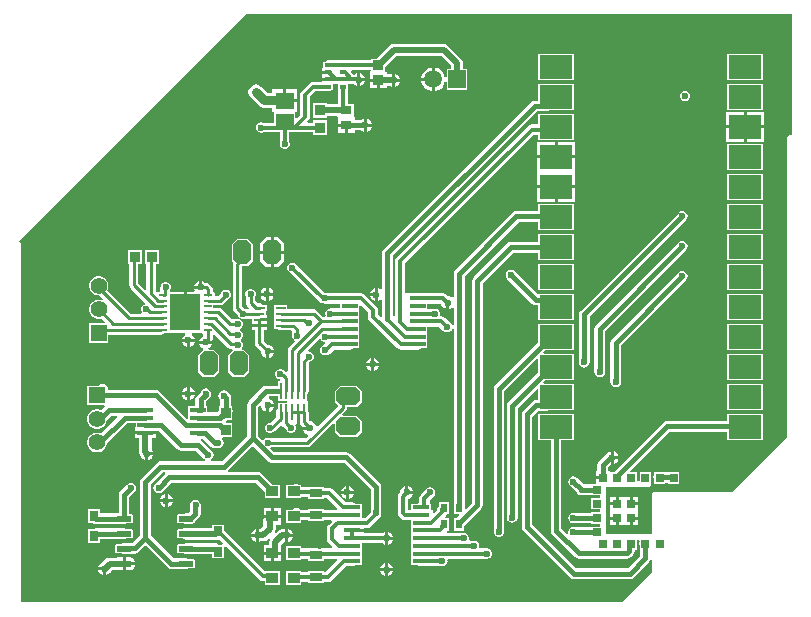
<source format=gtl>
G04*
G04 #@! TF.GenerationSoftware,Altium Limited,Altium Designer,24.2.2 (26)*
G04*
G04 Layer_Physical_Order=1*
G04 Layer_Color=255*
%FSLAX25Y25*%
%MOIN*%
G70*
G04*
G04 #@! TF.SameCoordinates,57EBE310-F326-475D-97A3-4CF97A274748*
G04*
G04*
G04 #@! TF.FilePolarity,Positive*
G04*
G01*
G75*
%ADD18C,0.01000*%
%ADD20R,0.05250X0.01700*%
%ADD21R,0.10827X0.07874*%
%ADD22R,0.05512X0.01378*%
%ADD23R,0.03591X0.03772*%
%ADD24R,0.03150X0.03543*%
%ADD25R,0.02756X0.02756*%
G04:AMPARAMS|DCode=26|XSize=21.65mil|YSize=49.21mil|CornerRadius=1.95mil|HoleSize=0mil|Usage=FLASHONLY|Rotation=90.000|XOffset=0mil|YOffset=0mil|HoleType=Round|Shape=RoundedRectangle|*
%AMROUNDEDRECTD26*
21,1,0.02165,0.04532,0,0,90.0*
21,1,0.01776,0.04921,0,0,90.0*
1,1,0.00390,0.02266,0.00888*
1,1,0.00390,0.02266,-0.00888*
1,1,0.00390,-0.02266,-0.00888*
1,1,0.00390,-0.02266,0.00888*
%
%ADD26ROUNDEDRECTD26*%
%ADD27R,0.00800X0.05500*%
%ADD28R,0.03200X0.01000*%
%ADD29R,0.03600X0.01000*%
%ADD30R,0.03772X0.03591*%
%ADD31R,0.02362X0.03150*%
%ADD32R,0.05800X0.01400*%
%ADD33R,0.04134X0.03150*%
%ADD34R,0.03937X0.03543*%
G04:AMPARAMS|DCode=35|XSize=9.84mil|YSize=23.62mil|CornerRadius=1.97mil|HoleSize=0mil|Usage=FLASHONLY|Rotation=270.000|XOffset=0mil|YOffset=0mil|HoleType=Round|Shape=RoundedRectangle|*
%AMROUNDEDRECTD35*
21,1,0.00984,0.01968,0,0,270.0*
21,1,0.00591,0.02362,0,0,270.0*
1,1,0.00394,-0.00984,-0.00295*
1,1,0.00394,-0.00984,0.00295*
1,1,0.00394,0.00984,0.00295*
1,1,0.00394,0.00984,-0.00295*
%
%ADD35ROUNDEDRECTD35*%
%ADD36R,0.03568X0.03367*%
%ADD37R,0.06127X0.05727*%
%ADD38R,0.03740X0.03150*%
%ADD39R,0.02300X0.01200*%
%ADD52R,0.05472X0.05472*%
%ADD53C,0.05472*%
G04:AMPARAMS|DCode=55|XSize=118.11mil|YSize=102.36mil|CornerRadius=2.05mil|HoleSize=0mil|Usage=FLASHONLY|Rotation=270.000|XOffset=0mil|YOffset=0mil|HoleType=Round|Shape=RoundedRectangle|*
%AMROUNDEDRECTD55*
21,1,0.11811,0.09827,0,0,270.0*
21,1,0.11402,0.10236,0,0,270.0*
1,1,0.00409,-0.04913,-0.05701*
1,1,0.00409,-0.04913,0.05701*
1,1,0.00409,0.04913,0.05701*
1,1,0.00409,0.04913,-0.05701*
%
%ADD55ROUNDEDRECTD55*%
%ADD56C,0.01500*%
%ADD57C,0.01400*%
%ADD58C,0.01200*%
%ADD59C,0.01700*%
%ADD60C,0.02000*%
%ADD61C,0.03000*%
G04:AMPARAMS|DCode=62|XSize=80mil|YSize=60mil|CornerRadius=0mil|HoleSize=0mil|Usage=FLASHONLY|Rotation=90.000|XOffset=0mil|YOffset=0mil|HoleType=Round|Shape=Octagon|*
%AMOCTAGOND62*
4,1,8,0.01500,0.04000,-0.01500,0.04000,-0.03000,0.02500,-0.03000,-0.02500,-0.01500,-0.04000,0.01500,-0.04000,0.03000,-0.02500,0.03000,0.02500,0.01500,0.04000,0.0*
%
%ADD62OCTAGOND62*%

G04:AMPARAMS|DCode=63|XSize=80mil|YSize=60mil|CornerRadius=0mil|HoleSize=0mil|Usage=FLASHONLY|Rotation=180.000|XOffset=0mil|YOffset=0mil|HoleType=Round|Shape=Octagon|*
%AMOCTAGOND63*
4,1,8,-0.04000,0.01500,-0.04000,-0.01500,-0.02500,-0.03000,0.02500,-0.03000,0.04000,-0.01500,0.04000,0.01500,0.02500,0.03000,-0.02500,0.03000,-0.04000,0.01500,0.0*
%
%ADD63OCTAGOND63*%

%ADD64C,0.05906*%
%ADD65R,0.05906X0.05906*%
%ADD66C,0.02362*%
G36*
X345500Y372223D02*
X344915Y372107D01*
X344419Y371775D01*
X344087Y371279D01*
X343971Y370694D01*
Y307444D01*
Y271452D01*
X325765Y253247D01*
X299537D01*
X299154Y253089D01*
X298996Y252706D01*
Y239073D01*
X283543D01*
Y254920D01*
X297962D01*
X298345Y255078D01*
X298503Y255461D01*
Y255946D01*
X298659D01*
Y259702D01*
X294903D01*
Y256790D01*
X293935D01*
Y259702D01*
X291887D01*
X291695Y260164D01*
X304747Y273216D01*
X324083D01*
Y270363D01*
X335910D01*
Y279237D01*
X324083D01*
Y276784D01*
X304008D01*
X304008Y276784D01*
X303325Y276648D01*
X302746Y276262D01*
X286187Y259702D01*
X285454D01*
Y259702D01*
X284986Y259779D01*
Y260202D01*
X284292D01*
Y261340D01*
X285154Y262202D01*
Y264586D01*
Y266740D01*
X284419Y266435D01*
X283893Y265909D01*
X283657Y265752D01*
X283657Y265752D01*
X281246Y263341D01*
X280859Y262762D01*
X280724Y262079D01*
Y260202D01*
X280230D01*
Y258324D01*
X282608D01*
Y257324D01*
X280230D01*
Y255765D01*
X278761D01*
Y255671D01*
X276200D01*
X274063Y257808D01*
X273484Y258194D01*
X272802Y258330D01*
X272119Y258194D01*
X271540Y257808D01*
X271153Y257229D01*
X271017Y256546D01*
X271153Y255863D01*
X271338Y255587D01*
X271376Y255494D01*
X271447Y255423D01*
X271540Y255284D01*
X273898Y252927D01*
X274099Y252625D01*
X274678Y252238D01*
X275361Y252103D01*
X278761D01*
Y252009D01*
X281673D01*
Y251040D01*
X278761D01*
Y247284D01*
X281673D01*
Y246316D01*
X278761D01*
Y246222D01*
X272802D01*
X272786Y246219D01*
X272467D01*
X272173Y246097D01*
X272119Y246087D01*
X272073Y246056D01*
X271849Y245963D01*
X271678Y245792D01*
X271540Y245700D01*
X271447Y245561D01*
X271376Y245490D01*
X271338Y245397D01*
X271153Y245121D01*
X271017Y244438D01*
X271153Y243755D01*
X271540Y243176D01*
X272119Y242790D01*
X272802Y242654D01*
X278761D01*
Y242560D01*
X281673D01*
Y241591D01*
X278761D01*
Y241497D01*
X272802D01*
X272119Y241361D01*
X271540Y240975D01*
X271153Y240396D01*
X271017Y239713D01*
X271092Y239339D01*
X270631Y239092D01*
X268788Y240935D01*
Y270363D01*
X272917D01*
Y279237D01*
X261091D01*
Y270363D01*
X265220D01*
Y240196D01*
X265355Y239513D01*
X265742Y238934D01*
X273311Y231365D01*
X273311Y231365D01*
X273890Y230978D01*
X274573Y230842D01*
X290550D01*
X291233Y230978D01*
X291812Y231365D01*
X292691Y232244D01*
X293077Y232823D01*
X293213Y233506D01*
Y233898D01*
X293935D01*
Y237204D01*
X294729D01*
X294863Y236704D01*
X294832Y236659D01*
X294697Y235976D01*
Y235776D01*
X294832Y235093D01*
X294903Y234988D01*
Y233898D01*
X294997D01*
Y231720D01*
X290929Y227653D01*
X273771D01*
X259142Y242282D01*
Y278218D01*
X261175Y280252D01*
X264040D01*
X264600Y280363D01*
X272917D01*
Y289237D01*
X262941D01*
X262750Y289699D01*
X263414Y290363D01*
X272917D01*
Y299237D01*
X262941D01*
X262750Y299699D01*
X263414Y300363D01*
X272917D01*
Y309237D01*
X261091D01*
Y303086D01*
X246738Y288734D01*
X246352Y288155D01*
X246216Y287472D01*
Y240200D01*
X246319Y239681D01*
Y239466D01*
X246575Y238848D01*
X247048Y238375D01*
X247666Y238119D01*
X248334D01*
X248952Y238375D01*
X249425Y238848D01*
X249681Y239466D01*
Y239681D01*
X249784Y240200D01*
Y286733D01*
X260629Y297578D01*
X261091Y297386D01*
Y293086D01*
X251138Y283134D01*
X250751Y282555D01*
X250616Y281872D01*
Y244600D01*
X250751Y243917D01*
X251138Y243338D01*
X251717Y242951D01*
X252400Y242816D01*
X253083Y242951D01*
X253662Y243338D01*
X254048Y243917D01*
X254184Y244600D01*
Y281133D01*
X260629Y287578D01*
X261091Y287386D01*
Y283820D01*
X260436D01*
X260436Y283820D01*
X259753Y283684D01*
X259174Y283297D01*
X259174Y283297D01*
X256096Y280219D01*
X255709Y279640D01*
X255573Y278957D01*
Y241543D01*
X255709Y240860D01*
X256096Y240281D01*
X271770Y224607D01*
X271770Y224607D01*
X272349Y224220D01*
X273032Y224084D01*
X273032Y224084D01*
X291668D01*
X292351Y224220D01*
X292930Y224607D01*
X298043Y229719D01*
X298043Y229719D01*
X298429Y230298D01*
X298496Y230632D01*
X298996Y230582D01*
Y226478D01*
X288866Y216348D01*
X88529D01*
X88529Y335819D01*
X88413Y336404D01*
X88081Y336900D01*
X163500Y412319D01*
X345500D01*
Y372223D01*
D02*
G37*
%LPC*%
G36*
X212884Y402535D02*
X212104Y402380D01*
X211442Y401938D01*
X207074Y397570D01*
X207047Y397529D01*
X205448D01*
Y396977D01*
X191083D01*
X190459Y396853D01*
X189929Y396499D01*
X189894Y396445D01*
X189433D01*
Y394583D01*
X188933D01*
Y393483D01*
X191083D01*
Y392483D01*
X188933D01*
Y391121D01*
X191083D01*
Y390121D01*
X188933D01*
Y389890D01*
X185969D01*
X185345Y389766D01*
X184816Y389412D01*
X182153Y386750D01*
X181799Y386220D01*
X181675Y385596D01*
Y378857D01*
X180520Y377702D01*
X180058Y377893D01*
X180058Y379677D01*
X180532Y379739D01*
X180558D01*
Y383103D01*
X176495D01*
Y383603D01*
X175995D01*
Y387466D01*
X172432D01*
Y386249D01*
X170829D01*
X168809Y388269D01*
X167982Y388821D01*
X167007Y389015D01*
X166031Y388821D01*
X165204Y388269D01*
X164652Y387442D01*
X164458Y386466D01*
X164652Y385491D01*
X165204Y384664D01*
X167971Y381898D01*
X168798Y381345D01*
X169773Y381151D01*
X172432D01*
Y379739D01*
X172458D01*
X172932Y379677D01*
X172932Y379240D01*
Y376234D01*
X169255D01*
X169134Y376284D01*
X168466D01*
X168203Y376175D01*
X167876Y376110D01*
X167347Y375756D01*
X166993Y375227D01*
X166869Y374603D01*
X166993Y373978D01*
X167347Y373449D01*
X167876Y373096D01*
X168203Y373030D01*
X168466Y372922D01*
X169134D01*
X169255Y372971D01*
X172932D01*
Y372950D01*
X174864D01*
Y369551D01*
X174814Y369430D01*
Y368762D01*
X175070Y368144D01*
X175543Y367671D01*
X176161Y367415D01*
X176829D01*
X177447Y367671D01*
X177920Y368144D01*
X178176Y368762D01*
Y369430D01*
X178126Y369551D01*
Y372950D01*
X180058D01*
Y372971D01*
X186074D01*
Y372217D01*
X190665D01*
Y376989D01*
X186074D01*
Y376234D01*
X184320D01*
X184129Y376696D01*
X184460Y377028D01*
X184814Y377557D01*
X184938Y378181D01*
Y384920D01*
X186645Y386628D01*
X191083D01*
X191707Y386752D01*
X192237Y387105D01*
X192272Y387159D01*
X192733D01*
Y388990D01*
X194333D01*
Y387159D01*
X194352D01*
Y382391D01*
X190665D01*
Y382713D01*
X186074D01*
Y377941D01*
X190665D01*
Y378313D01*
X193890D01*
X194263Y378005D01*
X194263Y377813D01*
Y375931D01*
X197133D01*
Y375430D01*
X197633D01*
Y372856D01*
X200003D01*
Y373646D01*
X202100D01*
X202165Y373582D01*
X202900Y373277D01*
Y375431D01*
Y377584D01*
X202165Y377280D01*
X202100Y377215D01*
X200003D01*
Y378005D01*
X199891D01*
X199503Y378277D01*
X199503Y378505D01*
Y382427D01*
X197614D01*
Y387159D01*
X197633D01*
Y388990D01*
X199658D01*
X199946Y388702D01*
X200681Y388398D01*
Y390551D01*
Y392705D01*
X199946Y392400D01*
X199798Y392252D01*
X199571D01*
X198609Y393214D01*
X198816Y393714D01*
X205095D01*
X205176Y393633D01*
X204995Y393107D01*
X204972Y393104D01*
X204948D01*
Y390920D01*
X207732D01*
Y390420D01*
X208232D01*
Y387737D01*
X210516D01*
Y388381D01*
X212108D01*
X212384Y388267D01*
Y390420D01*
Y392574D01*
X212108Y392460D01*
X210516D01*
Y393104D01*
X210492D01*
X210016Y393162D01*
X210016Y393604D01*
Y394674D01*
X210157Y394885D01*
X213729Y398457D01*
X228762D01*
X231929Y395290D01*
Y394087D01*
X230516D01*
Y391338D01*
X230016Y391272D01*
X229778Y392160D01*
X229257Y393061D01*
X228521Y393797D01*
X227620Y394318D01*
X226615Y394587D01*
X226594D01*
Y390634D01*
Y386682D01*
X226615D01*
X227620Y386951D01*
X228521Y387471D01*
X229257Y388207D01*
X229778Y389109D01*
X230016Y389997D01*
X230516Y389931D01*
Y387182D01*
X237421D01*
Y394087D01*
X236008D01*
Y396134D01*
X235852Y396915D01*
X235410Y397576D01*
X231049Y401938D01*
X230387Y402380D01*
X229607Y402535D01*
X212884D01*
X212884Y402535D01*
D02*
G37*
G36*
X225594Y394587D02*
X225574D01*
X224569Y394318D01*
X223667Y393797D01*
X222931Y393061D01*
X222411Y392160D01*
X222142Y391155D01*
Y391134D01*
X225594D01*
Y394587D01*
D02*
G37*
G36*
X201681Y392705D02*
Y391051D01*
X203335D01*
X203030Y391787D01*
X202417Y392400D01*
X201681Y392705D01*
D02*
G37*
G36*
X213384Y392574D02*
Y390920D01*
X215038D01*
X214733Y391656D01*
X214120Y392269D01*
X213384Y392574D01*
D02*
G37*
G36*
X335910Y399237D02*
X324083D01*
Y390363D01*
X335910D01*
Y399237D01*
D02*
G37*
G36*
X272917D02*
X261091D01*
Y390363D01*
X272917D01*
Y399237D01*
D02*
G37*
G36*
X203335Y390051D02*
X201681D01*
Y388398D01*
X202417Y388702D01*
X203030Y389316D01*
X203335Y390051D01*
D02*
G37*
G36*
X215038Y389920D02*
X213384D01*
Y388267D01*
X214120Y388571D01*
X214733Y389185D01*
X215038Y389920D01*
D02*
G37*
G36*
X207232Y389920D02*
X204948D01*
Y387737D01*
X207232D01*
Y389920D01*
D02*
G37*
G36*
X225594Y390134D02*
X222142D01*
Y390114D01*
X222411Y389109D01*
X222931Y388207D01*
X223667Y387471D01*
X224569Y386951D01*
X225574Y386682D01*
X225594D01*
Y390134D01*
D02*
G37*
G36*
X180558Y387466D02*
X176995D01*
Y384103D01*
X180558D01*
Y387466D01*
D02*
G37*
G36*
X272917Y389237D02*
X261091D01*
Y383597D01*
X259813D01*
X259813Y383597D01*
X259130Y383461D01*
X258551Y383075D01*
X258551Y383075D01*
X209490Y334014D01*
X209103Y333435D01*
X208968Y332752D01*
Y320824D01*
X208468Y320617D01*
X208335Y320749D01*
X207600Y321054D01*
Y318900D01*
Y316746D01*
X208335Y317051D01*
X208468Y317183D01*
X208968Y316976D01*
Y311641D01*
X208506Y311449D01*
X207633Y312322D01*
Y313706D01*
X207633Y313707D01*
X207501Y314370D01*
X207126Y314932D01*
X203155Y318903D01*
X202593Y319279D01*
X201929Y319410D01*
X190462D01*
X189936Y319515D01*
X180326Y329126D01*
X180103Y329274D01*
X180052Y329325D01*
X179986Y329353D01*
X179763Y329501D01*
X179501Y329554D01*
X179434Y329581D01*
X179362D01*
X179100Y329633D01*
X178838Y329581D01*
X178766D01*
X178699Y329554D01*
X178437Y329501D01*
X178214Y329353D01*
X178148Y329325D01*
X178097Y329274D01*
X177874Y329126D01*
X177726Y328903D01*
X177675Y328852D01*
X177647Y328786D01*
X177499Y328563D01*
X177446Y328301D01*
X177419Y328234D01*
Y328162D01*
X177367Y327900D01*
X177419Y327638D01*
Y327566D01*
X177446Y327499D01*
X177499Y327237D01*
X177647Y327014D01*
X177675Y326948D01*
X177726Y326897D01*
X177874Y326674D01*
X187982Y316566D01*
X188545Y316191D01*
X189208Y316059D01*
X189423D01*
X189599Y316023D01*
X189666Y315996D01*
X189738D01*
X190000Y315944D01*
X190000Y315944D01*
X194925D01*
Y314292D01*
X191775D01*
X191513Y314240D01*
X191441D01*
X191375Y314213D01*
X191112Y314160D01*
X190890Y314012D01*
X190823Y313984D01*
X190772Y313933D01*
X190550Y313785D01*
X190401Y313562D01*
X190350Y313511D01*
X190323Y313445D01*
X190174Y313222D01*
X190122Y312960D01*
X190094Y312893D01*
Y312822D01*
X190042Y312559D01*
X190094Y312297D01*
Y312225D01*
X190122Y312158D01*
X190147Y312029D01*
X189927Y311643D01*
X189864Y311577D01*
X189338Y311575D01*
X187371Y313542D01*
X186875Y313874D01*
X186289Y313990D01*
X177281D01*
Y315429D01*
X173081D01*
Y311461D01*
Y307524D01*
X174045D01*
X174100Y307442D01*
X174596Y307111D01*
X175181Y306994D01*
X178664D01*
X178948Y306710D01*
Y305449D01*
X178988Y305250D01*
Y304924D01*
X179244Y304306D01*
X179717Y303833D01*
X179798Y303799D01*
X179896Y303309D01*
X178019Y301431D01*
X177687Y300935D01*
X177571Y300350D01*
Y293377D01*
X177109Y293185D01*
X177073Y293221D01*
X176577Y293552D01*
X176196Y293628D01*
X176068Y293756D01*
X175451Y294012D01*
X174782D01*
X174164Y293756D01*
X173691Y293283D01*
X173435Y292665D01*
Y291996D01*
X173691Y291378D01*
X174164Y290905D01*
X174782Y290650D01*
X174990D01*
X175139Y290500D01*
X175106Y290315D01*
X174851Y290000D01*
X174262D01*
Y288534D01*
X170381D01*
X170381Y288534D01*
X169698Y288399D01*
X169119Y288012D01*
X169119Y288012D01*
X164551Y283444D01*
X164165Y282865D01*
X164029Y282182D01*
Y271696D01*
X155617Y263284D01*
X152057D01*
X152003Y263365D01*
X152133Y264044D01*
X152316Y264166D01*
X152725Y264778D01*
X152869Y265500D01*
X152725Y266222D01*
X152316Y266834D01*
X149080Y270070D01*
X148555Y270421D01*
X148604Y270831D01*
X148638Y270921D01*
X149294D01*
X151946Y268269D01*
X152558Y267860D01*
X153279Y267717D01*
X154041D01*
X154330Y267659D01*
X155052Y267803D01*
X155664Y268212D01*
X156073Y268824D01*
X156216Y269546D01*
X156073Y270267D01*
X155664Y270879D01*
X155646Y270897D01*
X155664Y271063D01*
X155817Y271397D01*
X159125D01*
Y276169D01*
X157194D01*
X157034Y276276D01*
X157008Y276801D01*
X157359Y277122D01*
X159125D01*
Y279243D01*
X159136Y279259D01*
X159280Y279980D01*
X159136Y280702D01*
X159125Y280718D01*
Y281894D01*
X158716D01*
Y284415D01*
X158573Y285137D01*
X158164Y285749D01*
X157727Y286185D01*
X157564Y286430D01*
X156952Y286839D01*
X156230Y286982D01*
X155508Y286839D01*
X154896Y286430D01*
X154487Y285818D01*
X154344Y285096D01*
Y285015D01*
X154487Y284293D01*
X154896Y283681D01*
X154944Y283634D01*
Y281894D01*
X154534D01*
Y280095D01*
X154110Y279811D01*
X150686D01*
Y281834D01*
X150345D01*
Y283247D01*
X151448Y284349D01*
X151448Y284349D01*
X151834Y284928D01*
X151970Y285611D01*
X151970Y285611D01*
Y285844D01*
X151834Y286527D01*
X151448Y287106D01*
X150869Y287493D01*
X150186Y287628D01*
X149503Y287493D01*
X148924Y287106D01*
X148538Y286527D01*
X148527Y286475D01*
X147299Y285247D01*
X146913Y284669D01*
X146777Y283986D01*
Y282065D01*
X146432Y281834D01*
X144436D01*
Y277785D01*
X143936Y277577D01*
X134805Y286709D01*
X134193Y287118D01*
X133471Y287261D01*
X128350D01*
X128346Y287260D01*
X117746D01*
X117620Y287891D01*
X117236Y288465D01*
Y288610D01*
X117091D01*
X116517Y288994D01*
X115736Y289149D01*
X114956Y288994D01*
X114381Y288610D01*
X110764D01*
Y282138D01*
X116284D01*
X116491Y281638D01*
X115325Y280472D01*
X115249Y280516D01*
X114426Y280736D01*
X113574D01*
X112751Y280516D01*
X112013Y280090D01*
X111410Y279487D01*
X110984Y278749D01*
X110764Y277926D01*
Y277074D01*
X110984Y276251D01*
X111410Y275513D01*
X112013Y274910D01*
X112751Y274484D01*
X113574Y274264D01*
X114426D01*
X115249Y274484D01*
X115987Y274910D01*
X116590Y275513D01*
X117016Y276251D01*
X117227Y277038D01*
X118786Y278598D01*
X120513D01*
X120704Y278136D01*
X115218Y272650D01*
X114426Y272862D01*
X113574D01*
X112751Y272642D01*
X112013Y272216D01*
X111410Y271613D01*
X110984Y270875D01*
X110764Y270052D01*
Y269200D01*
X110984Y268377D01*
X111410Y267639D01*
X112013Y267036D01*
X112751Y266610D01*
X113574Y266390D01*
X114426D01*
X115249Y266610D01*
X115987Y267036D01*
X116590Y267639D01*
X117016Y268377D01*
X117236Y269200D01*
Y269333D01*
X123942Y276039D01*
X126986D01*
Y274657D01*
X126486D01*
Y273307D01*
X133736D01*
Y273480D01*
X134589D01*
X140666Y267402D01*
X141278Y266993D01*
X142000Y266850D01*
X146965D01*
X149649Y264166D01*
X149832Y264044D01*
X149963Y263365D01*
X149908Y263284D01*
X135096D01*
X134413Y263148D01*
X133834Y262762D01*
X133834Y262762D01*
X128849Y257777D01*
X128463Y257198D01*
X128327Y256515D01*
Y238623D01*
X125792Y236089D01*
X123083D01*
X122400Y235953D01*
X122200Y235820D01*
X120736D01*
X120465Y235766D01*
X120235Y235612D01*
X120081Y235382D01*
X120027Y235111D01*
Y233335D01*
X120081Y233064D01*
X120235Y232835D01*
X120465Y232681D01*
X120736Y232627D01*
X122241D01*
X122319Y232575D01*
X123002Y232439D01*
X123411Y232520D01*
X126531D01*
X127214Y232656D01*
X127793Y233043D01*
X130111Y235361D01*
X137510Y227962D01*
X137510Y227961D01*
X138089Y227575D01*
X138772Y227439D01*
X138772Y227439D01*
X143671D01*
X144354Y227575D01*
X144432Y227627D01*
X145937D01*
X146208Y227681D01*
X146438Y227835D01*
X146591Y228064D01*
X146645Y228335D01*
Y230111D01*
X146591Y230382D01*
X146438Y230612D01*
X146208Y230766D01*
X145937Y230820D01*
X144432D01*
X144354Y230872D01*
X143671Y231008D01*
X139511D01*
X131895Y238623D01*
Y255776D01*
X135835Y259716D01*
X136614D01*
X136763Y259408D01*
X136788Y259216D01*
X133238Y255666D01*
X132852Y255087D01*
X132716Y254404D01*
X132852Y253721D01*
X133238Y253143D01*
X133817Y252756D01*
X134500Y252620D01*
X135183Y252756D01*
X135762Y253143D01*
X138835Y256216D01*
X166805D01*
X169988Y253033D01*
Y251013D01*
X174925D01*
Y255556D01*
X172511D01*
X168806Y259262D01*
X168227Y259648D01*
X167544Y259784D01*
X157838D01*
X157689Y260092D01*
X157664Y260284D01*
X165813Y268434D01*
X170892Y263354D01*
X170893Y263354D01*
X171471Y262967D01*
X172154Y262832D01*
X172154Y262832D01*
X196345D01*
X205149Y254028D01*
Y246439D01*
X203282Y244572D01*
X202400D01*
Y246598D01*
X202400D01*
Y246757D01*
X202400D01*
Y249157D01*
X200243D01*
X200226Y249182D01*
X199663Y249558D01*
X199000Y249690D01*
X196818D01*
X192425Y254082D01*
X191863Y254458D01*
X191200Y254590D01*
X189532D01*
Y254792D01*
X188271D01*
X187853Y254875D01*
X182169D01*
X182012Y255032D01*
Y255556D01*
X181404D01*
X181095Y255762D01*
X180432Y255894D01*
X179768Y255762D01*
X179460Y255556D01*
X177075D01*
Y251013D01*
X182012D01*
Y251408D01*
X184398D01*
Y250642D01*
X189532D01*
Y251124D01*
X190482D01*
X194013Y247593D01*
X193821Y247131D01*
X189532D01*
Y247508D01*
X184398D01*
Y247131D01*
X182012D01*
Y247272D01*
X181744D01*
X181536Y247479D01*
X181040Y247811D01*
X180454Y247927D01*
X179869Y247811D01*
X179373Y247479D01*
X179234Y247272D01*
X177075D01*
Y242728D01*
X182012D01*
Y243664D01*
X184398D01*
Y243359D01*
X189532D01*
Y243664D01*
X192003D01*
X192194Y243202D01*
X191174Y242183D01*
X190799Y241620D01*
X190667Y240957D01*
Y237323D01*
X190799Y236660D01*
X191174Y236097D01*
X192474Y234798D01*
X192282Y234336D01*
X188776D01*
X188177Y234216D01*
X187991D01*
X187392Y234336D01*
X182012D01*
Y235000D01*
X177075D01*
Y230457D01*
X182012D01*
Y230869D01*
X184398D01*
Y230067D01*
X189532D01*
Y230869D01*
X193937D01*
X194129Y230407D01*
X190313Y226592D01*
X189532D01*
Y226933D01*
X184398D01*
Y226592D01*
X182012D01*
Y226715D01*
X177075D01*
Y222172D01*
X182012D01*
Y223125D01*
X184398D01*
Y222783D01*
X189532D01*
Y223125D01*
X191031D01*
X191694Y223257D01*
X192257Y223633D01*
X196934Y228310D01*
X199000D01*
X199663Y228442D01*
X200226Y228818D01*
X200243Y228843D01*
X202400D01*
Y231243D01*
X202400D01*
Y231402D01*
X202400D01*
Y233802D01*
X202400D01*
Y233961D01*
X202400D01*
Y235987D01*
X209149D01*
X209264Y235871D01*
X210000Y235567D01*
Y237720D01*
Y239874D01*
X209264Y239569D01*
X209149Y239454D01*
X202900D01*
Y239779D01*
X199000D01*
Y240779D01*
X202900D01*
Y241105D01*
X204000D01*
X204663Y241237D01*
X205226Y241613D01*
X208159Y244546D01*
X208535Y245109D01*
X208667Y245772D01*
Y245841D01*
X208718Y246098D01*
Y254767D01*
X208718Y254767D01*
X208582Y255449D01*
X208195Y256028D01*
X198346Y265878D01*
X197767Y266264D01*
X197084Y266400D01*
X172893D01*
X171777Y267516D01*
X171984Y268016D01*
X184138D01*
X184723Y268132D01*
X185220Y268464D01*
X192773Y276017D01*
X193235Y275826D01*
Y273250D01*
X194985Y271500D01*
X200485D01*
X202235Y273250D01*
Y276750D01*
X200485Y278500D01*
X195909D01*
X195718Y278962D01*
X196935Y280179D01*
X197266Y280675D01*
X197382Y281260D01*
Y281500D01*
X200485D01*
X202235Y283250D01*
Y286750D01*
X200485Y288500D01*
X194985D01*
X193235Y286750D01*
Y283250D01*
X194324Y282161D01*
Y281894D01*
X187527Y275097D01*
X186937Y275215D01*
X186747Y275674D01*
X186133Y276288D01*
X185332Y276620D01*
X184952D01*
X184567Y277004D01*
Y279650D01*
X184451Y280235D01*
X184438Y280255D01*
Y283400D01*
X184397D01*
X183938Y283500D01*
Y285547D01*
X184119Y285669D01*
X184451Y286165D01*
X184567Y286750D01*
Y296134D01*
X185086Y296653D01*
X185452Y296804D01*
X185925Y297277D01*
X186181Y297895D01*
Y298564D01*
X185925Y299182D01*
X185452Y299655D01*
X184834Y299910D01*
X184480D01*
X184273Y300411D01*
X187938Y304076D01*
X187975Y304087D01*
X188547Y303996D01*
X188575Y303930D01*
X188626Y303879D01*
X188774Y303656D01*
X188997Y303508D01*
X189048Y303457D01*
X189114Y303429D01*
X189337Y303280D01*
X189599Y303228D01*
X189666Y303201D01*
X189738D01*
X189917Y303165D01*
X190171Y302712D01*
X189429Y301970D01*
X189337Y301951D01*
X189114Y301803D01*
X189048Y301775D01*
X188997Y301724D01*
X188774Y301576D01*
X188626Y301353D01*
X188575Y301302D01*
X188547Y301236D01*
X188399Y301013D01*
X188347Y300751D01*
X188319Y300684D01*
Y300612D01*
X188267Y300350D01*
X188319Y300088D01*
Y300016D01*
X188347Y299949D01*
X188399Y299687D01*
X188547Y299464D01*
X188575Y299398D01*
X188626Y299347D01*
X188774Y299124D01*
X188997Y298976D01*
X189048Y298925D01*
X189114Y298897D01*
X189337Y298749D01*
X189599Y298696D01*
X189666Y298669D01*
X189738D01*
X190000Y298617D01*
X190260D01*
X190924Y298749D01*
X191486Y299124D01*
X192951Y300589D01*
X198181D01*
X198844Y300722D01*
X199407Y301097D01*
X199431Y301134D01*
X201437D01*
Y303512D01*
X201437D01*
Y303693D01*
X201437D01*
Y305752D01*
X201437Y306071D01*
X201437D01*
Y306252D01*
X201437D01*
Y308630D01*
X201437D01*
Y308811D01*
X201437D01*
Y311189D01*
X201437Y311189D01*
Y311370D01*
X201437D01*
X201437Y311689D01*
Y313429D01*
X201437Y313748D01*
X201437D01*
Y313929D01*
X201437D01*
Y315065D01*
X201899Y315256D01*
X204167Y312989D01*
Y311604D01*
X204299Y310941D01*
X204674Y310378D01*
X213955Y301097D01*
X214518Y300722D01*
X215181Y300589D01*
X220819D01*
X221482Y300722D01*
X222044Y301097D01*
X222069Y301134D01*
X224075D01*
Y303512D01*
X224075D01*
Y303693D01*
X224075D01*
Y306071D01*
X224075D01*
Y306252D01*
X224075D01*
Y308267D01*
X228058D01*
X229420Y306904D01*
X229982Y306529D01*
X230646Y306397D01*
X230808D01*
X231070Y306449D01*
X231142D01*
X231209Y306476D01*
X231471Y306529D01*
X231694Y306677D01*
X231760Y306705D01*
X231811Y306756D01*
X232034Y306904D01*
X232182Y307127D01*
X232233Y307178D01*
X232261Y307244D01*
X232410Y307467D01*
X232908Y307410D01*
Y247832D01*
X233011Y247313D01*
Y245757D01*
X234576D01*
X234767Y245295D01*
X233850Y244378D01*
X233011D01*
Y243216D01*
X232908Y242697D01*
Y242303D01*
X233011Y241785D01*
Y240229D01*
X236373D01*
Y241785D01*
X236391Y241872D01*
X242062Y247543D01*
X242448Y248122D01*
X242584Y248805D01*
X242584Y248805D01*
Y322791D01*
X252739Y332945D01*
X261091D01*
Y330363D01*
X272917D01*
Y339237D01*
X261091D01*
Y336514D01*
X252000D01*
X251317Y336378D01*
X250738Y335991D01*
X239538Y324791D01*
X239152Y324212D01*
X239016Y323530D01*
Y249544D01*
X236908Y247436D01*
X236447Y247682D01*
X236477Y247832D01*
Y325153D01*
X254539Y343216D01*
X261091D01*
Y340363D01*
X272917D01*
Y349237D01*
X261091D01*
Y346784D01*
X253800D01*
X253800Y346784D01*
X253117Y346649D01*
X252538Y346262D01*
X252538Y346262D01*
X233431Y327154D01*
X233044Y326575D01*
X232908Y325892D01*
Y318015D01*
X232408Y317808D01*
X232206Y318010D01*
X231404Y318342D01*
X231078D01*
X230517Y318903D01*
X229955Y319279D01*
X229292Y319410D01*
X220819D01*
X220596Y319366D01*
X217063D01*
X216733Y319730D01*
Y329282D01*
X259634Y372183D01*
X261091D01*
Y370363D01*
X272917D01*
Y379237D01*
X261091D01*
Y375649D01*
X258916D01*
X258253Y375518D01*
X257691Y375142D01*
X213774Y331226D01*
X213399Y330663D01*
X213267Y330000D01*
Y311615D01*
X212767Y311380D01*
X212536Y311560D01*
Y332013D01*
X260552Y380029D01*
X263817D01*
X264500Y380165D01*
X264797Y380363D01*
X272917D01*
Y389237D01*
D02*
G37*
G36*
X310382Y386681D02*
X309713D01*
X309095Y386425D01*
X308622Y385952D01*
X308366Y385334D01*
Y384666D01*
X308622Y384048D01*
X309095Y383575D01*
X309713Y383319D01*
X310382D01*
X310999Y383575D01*
X311472Y384048D01*
X311728Y384666D01*
Y385334D01*
X311472Y385952D01*
X310999Y386425D01*
X310382Y386681D01*
D02*
G37*
G36*
X335910Y389237D02*
X324083D01*
Y380363D01*
X335910D01*
Y389237D01*
D02*
G37*
G36*
X203900Y377584D02*
Y375931D01*
X205554D01*
X205249Y376666D01*
X204636Y377280D01*
X203900Y377584D01*
D02*
G37*
G36*
X336409Y379737D02*
X330496D01*
Y375300D01*
X336409D01*
Y379737D01*
D02*
G37*
G36*
X329496D02*
X323583D01*
Y375300D01*
X329496D01*
Y379737D01*
D02*
G37*
G36*
X205554Y374931D02*
X203900D01*
Y373277D01*
X204636Y373582D01*
X205249Y374195D01*
X205554Y374931D01*
D02*
G37*
G36*
X196633Y374931D02*
X194263D01*
Y372856D01*
X196633D01*
Y374931D01*
D02*
G37*
G36*
X336409Y374300D02*
X330496D01*
Y369863D01*
X336409D01*
Y374300D01*
D02*
G37*
G36*
X329496D02*
X323583D01*
Y369863D01*
X329496D01*
Y374300D01*
D02*
G37*
G36*
X273417Y369737D02*
X267504D01*
Y365300D01*
X273417D01*
Y369737D01*
D02*
G37*
G36*
X266504D02*
X260591D01*
Y365300D01*
X266504D01*
Y369737D01*
D02*
G37*
G36*
X335910Y369237D02*
X324083D01*
Y360363D01*
X335910D01*
Y369237D01*
D02*
G37*
G36*
X273417Y364300D02*
X267004D01*
X260591D01*
Y360237D01*
X260591Y359863D01*
X260591Y359363D01*
Y355300D01*
X267004D01*
X273417D01*
Y359363D01*
X273417Y359737D01*
X273417Y360237D01*
Y364300D01*
D02*
G37*
G36*
X335910Y359237D02*
X324083D01*
Y350363D01*
X335910D01*
Y359237D01*
D02*
G37*
G36*
X273417Y354300D02*
X267504D01*
Y349863D01*
X273417D01*
Y354300D01*
D02*
G37*
G36*
X266504D02*
X260591D01*
Y349863D01*
X266504D01*
Y354300D01*
D02*
G37*
G36*
X335910Y349237D02*
X324083D01*
Y340363D01*
X335910D01*
Y349237D01*
D02*
G37*
G36*
X174457Y338000D02*
X172957D01*
Y333500D01*
X176457D01*
Y336000D01*
X174457Y338000D01*
D02*
G37*
G36*
X171957D02*
X170457D01*
X168457Y336000D01*
Y333500D01*
X171957D01*
Y338000D01*
D02*
G37*
G36*
X335910Y339237D02*
X324083D01*
Y330363D01*
X335910D01*
Y339237D01*
D02*
G37*
G36*
X176457Y332500D02*
X172957D01*
Y328000D01*
X174457D01*
X176457Y330000D01*
Y332500D01*
D02*
G37*
G36*
X171957D02*
X168457D01*
Y330000D01*
X170457Y328000D01*
X171957D01*
Y332500D01*
D02*
G37*
G36*
X147986Y323489D02*
X147251Y323185D01*
X146637Y322571D01*
X146333Y321836D01*
X147986D01*
Y323489D01*
D02*
G37*
G36*
X134668Y333696D02*
X129895D01*
Y329104D01*
X130448D01*
Y320639D01*
X129987Y320447D01*
X127783Y322651D01*
Y329104D01*
X128943D01*
Y333696D01*
X124171D01*
Y329104D01*
X124724D01*
Y322018D01*
X124841Y321432D01*
X125172Y320936D01*
X129965Y316143D01*
X129820Y315581D01*
X129443Y315425D01*
X128970Y314952D01*
X128714Y314334D01*
Y313666D01*
X128970Y313048D01*
X128754Y312557D01*
X125165D01*
X117362Y320359D01*
X117516Y320625D01*
X117736Y321448D01*
Y322300D01*
X117516Y323123D01*
X117090Y323861D01*
X116487Y324464D01*
X115749Y324890D01*
X114926Y325110D01*
X114074D01*
X113251Y324890D01*
X112513Y324464D01*
X111910Y323861D01*
X111484Y323123D01*
X111264Y322300D01*
Y321448D01*
X111484Y320625D01*
X111910Y319887D01*
X112513Y319284D01*
X113251Y318858D01*
X114074Y318638D01*
X114758D01*
X115940Y317457D01*
X115896Y317356D01*
X115646Y317043D01*
X114926Y317236D01*
X114074D01*
X113251Y317016D01*
X112513Y316590D01*
X111910Y315987D01*
X111484Y315249D01*
X111264Y314426D01*
Y313574D01*
X111484Y312751D01*
X111910Y312013D01*
X112513Y311410D01*
X113251Y310984D01*
X114074Y310764D01*
X114926D01*
X115437Y310901D01*
X116513Y309824D01*
X116322Y309362D01*
X111264D01*
Y302890D01*
X117736D01*
Y305553D01*
X135307D01*
X135892Y305669D01*
X136388Y306001D01*
X136389Y306001D01*
X136444Y306085D01*
X136972D01*
X137244Y306139D01*
X137267Y306154D01*
X137687Y306427D01*
X138085Y306160D01*
X138555Y306067D01*
X143255D01*
X143355Y305567D01*
X143189Y305498D01*
X142576Y304885D01*
X142271Y304149D01*
X146578D01*
X146274Y304885D01*
X145660Y305498D01*
X145494Y305567D01*
X145594Y306067D01*
X148382D01*
X148852Y306160D01*
X148919Y306205D01*
X149102Y305932D01*
X149419Y305720D01*
Y305019D01*
X148951Y304824D01*
X148337Y304211D01*
X148032Y303475D01*
X152372D01*
X152478Y304009D01*
Y305720D01*
X152796Y305932D01*
X152930Y305946D01*
X157660Y301216D01*
X158156Y300885D01*
X158741Y300768D01*
X159017D01*
X159224Y300268D01*
X157706Y298750D01*
Y293250D01*
X159456Y291500D01*
X162956D01*
X164706Y293250D01*
Y298750D01*
X162956Y300500D01*
X162474D01*
X162267Y301000D01*
X162352Y301085D01*
X162608Y301702D01*
Y302371D01*
X162352Y302989D01*
X161879Y303462D01*
X161831Y303482D01*
Y304023D01*
X161952Y304073D01*
X162425Y304546D01*
X162681Y305164D01*
Y305833D01*
X162425Y306451D01*
X161952Y306924D01*
X161791Y306990D01*
Y307532D01*
X161952Y307598D01*
X162425Y308071D01*
X162681Y308689D01*
Y309358D01*
X162425Y309976D01*
X161952Y310449D01*
X161334Y310705D01*
X160666D01*
X160454Y310617D01*
X158952D01*
X155492Y314077D01*
X154996Y314409D01*
X154411Y314526D01*
X152762D01*
X152644Y314669D01*
Y315260D01*
X152762Y315404D01*
X154931D01*
X155517Y315520D01*
X156013Y315852D01*
X157486Y317325D01*
X157852Y317476D01*
X158325Y317949D01*
X158581Y318567D01*
Y319236D01*
X158325Y319854D01*
X157852Y320327D01*
X157234Y320583D01*
X156566D01*
X155948Y320327D01*
X155475Y319854D01*
X155323Y319488D01*
X154298Y318462D01*
X153271D01*
X153153Y318606D01*
Y319197D01*
X153060Y319664D01*
X152796Y320060D01*
X152478Y320272D01*
Y320750D01*
X152362Y321335D01*
X152030Y321831D01*
X151444Y322417D01*
X150948Y322749D01*
X150363Y322865D01*
X150041D01*
X149722Y323185D01*
X148986Y323489D01*
Y321336D01*
X148486D01*
Y320836D01*
X146333D01*
X146503Y320425D01*
X146169Y319925D01*
X143968D01*
Y312996D01*
X142968D01*
Y319925D01*
X138555D01*
X138504Y319915D01*
X138425Y319980D01*
X138274Y320508D01*
X138529Y321126D01*
Y321795D01*
X138274Y322413D01*
X137801Y322886D01*
X137183Y323142D01*
X136514D01*
X135896Y322886D01*
X135423Y322413D01*
X135167Y321795D01*
Y321748D01*
X135058Y321200D01*
Y320084D01*
X134907Y319983D01*
X134834Y319873D01*
X134732Y319853D01*
X134502Y319699D01*
X133904Y319606D01*
X133507Y320002D01*
Y329104D01*
X134668D01*
Y333696D01*
D02*
G37*
G36*
X335910Y329237D02*
X324083D01*
Y320363D01*
X335910D01*
Y329237D01*
D02*
G37*
G36*
X272917D02*
X261091D01*
Y320363D01*
X272917D01*
Y329237D01*
D02*
G37*
G36*
X171153Y321252D02*
Y319598D01*
X172807D01*
X172503Y320334D01*
X171889Y320948D01*
X171153Y321252D01*
D02*
G37*
G36*
X170153D02*
X169418Y320948D01*
X168804Y320334D01*
X168500Y319598D01*
X170153D01*
Y321252D01*
D02*
G37*
G36*
X206600Y321054D02*
X205865Y320749D01*
X205251Y320135D01*
X204946Y319400D01*
X206600D01*
Y321054D01*
D02*
G37*
G36*
X172807Y318598D02*
X171153D01*
Y316945D01*
X171889Y317249D01*
X172503Y317863D01*
X172807Y318598D01*
D02*
G37*
G36*
X170153D02*
X168500D01*
X168804Y317863D01*
X169418Y317249D01*
X170153Y316945D01*
Y318598D01*
D02*
G37*
G36*
X206600Y318400D02*
X204946D01*
X205251Y317665D01*
X205865Y317051D01*
X206600Y316746D01*
Y318400D01*
D02*
G37*
G36*
X335910Y319237D02*
X324083D01*
Y310363D01*
X335910D01*
Y319237D01*
D02*
G37*
G36*
X252000Y327184D02*
X251317Y327048D01*
X250738Y326662D01*
X250352Y326083D01*
X250216Y325400D01*
X250352Y324717D01*
X250738Y324138D01*
X258958Y315919D01*
X258958Y315919D01*
X259536Y315532D01*
X260219Y315396D01*
X260219Y315396D01*
X261091D01*
Y310363D01*
X272917D01*
Y319237D01*
X261091D01*
Y319237D01*
X260619Y319305D01*
X253262Y326662D01*
X252683Y327048D01*
X252000Y327184D01*
D02*
G37*
G36*
X164207Y337500D02*
X160707D01*
X158957Y335750D01*
Y330250D01*
X159425Y329782D01*
X159379Y329714D01*
X159263Y329128D01*
Y314418D01*
X159379Y313833D01*
X159711Y313337D01*
X161129Y311918D01*
X161281Y311552D01*
X161754Y311079D01*
X162372Y310823D01*
X163041D01*
X163303Y310931D01*
X165494D01*
Y309024D01*
X170694D01*
Y309992D01*
X168094D01*
Y310931D01*
X168402Y310992D01*
X170694D01*
Y311992D01*
X170194D01*
Y313429D01*
X170594D01*
Y315429D01*
X169430D01*
X169376Y315511D01*
X168880Y315842D01*
X168294Y315959D01*
X167628D01*
X166674Y316912D01*
Y318398D01*
X166826Y318764D01*
Y319433D01*
X166570Y320051D01*
X166097Y320524D01*
X165479Y320779D01*
X164810D01*
X164192Y320524D01*
X163720Y320051D01*
X163464Y319433D01*
Y318764D01*
X163615Y318398D01*
Y316279D01*
X163732Y315694D01*
X164063Y315197D01*
X164809Y314452D01*
X164617Y313990D01*
X163511D01*
X163292Y314081D01*
X162321Y315052D01*
Y328495D01*
X162327Y328500D01*
X164207D01*
X165957Y330250D01*
Y335750D01*
X164207Y337500D01*
D02*
G37*
G36*
X146578Y303149D02*
X144924D01*
Y301496D01*
X145660Y301800D01*
X146274Y302414D01*
X146578Y303149D01*
D02*
G37*
G36*
X143924D02*
X142271D01*
X142576Y302414D01*
X143189Y301800D01*
X143924Y301496D01*
Y303149D01*
D02*
G37*
G36*
X335910Y309237D02*
X324083D01*
Y300363D01*
X335910D01*
Y309237D01*
D02*
G37*
G36*
X173103Y299500D02*
X171449D01*
Y297846D01*
X172185Y298151D01*
X172798Y298764D01*
X173103Y299500D01*
D02*
G37*
G36*
X170694Y308024D02*
X165494D01*
Y307024D01*
X166565D01*
Y302855D01*
X166681Y302269D01*
X167013Y301773D01*
X168768Y300018D01*
Y299566D01*
X169100Y298764D01*
X169713Y298151D01*
X170449Y297846D01*
Y300000D01*
X170949D01*
Y300500D01*
X173103D01*
X172798Y301236D01*
X172185Y301849D01*
X171383Y302181D01*
X170931D01*
X169624Y303488D01*
Y307024D01*
X170694D01*
Y308024D01*
D02*
G37*
G36*
X206400Y297788D02*
Y296135D01*
X208054D01*
X207749Y296870D01*
X207136Y297484D01*
X206400Y297788D01*
D02*
G37*
G36*
X205400D02*
X204664Y297484D01*
X204051Y296870D01*
X203746Y296135D01*
X205400D01*
Y297788D01*
D02*
G37*
G36*
X309100Y346784D02*
X308417Y346649D01*
X307838Y346262D01*
X275168Y313592D01*
X274781Y313013D01*
X274646Y312330D01*
Y296300D01*
X274781Y295617D01*
X275168Y295038D01*
X275747Y294652D01*
X276430Y294516D01*
X277113Y294652D01*
X277692Y295038D01*
X278079Y295617D01*
X278214Y296300D01*
Y311591D01*
X310362Y343738D01*
X310749Y344317D01*
X310884Y345000D01*
X310749Y345683D01*
X310362Y346262D01*
X309783Y346649D01*
X309100Y346784D01*
D02*
G37*
G36*
X208054Y295135D02*
X206400D01*
Y293481D01*
X207136Y293786D01*
X207749Y294399D01*
X208054Y295135D01*
D02*
G37*
G36*
X205400D02*
X203746D01*
X204051Y294399D01*
X204664Y293786D01*
X205400Y293481D01*
Y295135D01*
D02*
G37*
G36*
X152340Y302475D02*
X148032D01*
X148337Y301740D01*
X148951Y301126D01*
X149356Y300958D01*
X149368Y300412D01*
X147706Y298750D01*
Y293250D01*
X149456Y291500D01*
X152956D01*
X154706Y293250D01*
Y298750D01*
X152956Y300500D01*
X151216D01*
X151117Y301000D01*
X151421Y301126D01*
X152035Y301740D01*
X152340Y302475D01*
D02*
G37*
G36*
X309100Y336784D02*
X308417Y336649D01*
X307838Y336262D01*
X280238Y308662D01*
X279852Y308083D01*
X279716Y307400D01*
Y293100D01*
X279852Y292417D01*
X280238Y291838D01*
X280817Y291452D01*
X281500Y291316D01*
X282183Y291452D01*
X282762Y291838D01*
X283149Y292417D01*
X283284Y293100D01*
Y306661D01*
X310362Y333738D01*
X310362Y333738D01*
X310749Y334317D01*
X310884Y335000D01*
X310749Y335683D01*
X310362Y336262D01*
X309783Y336649D01*
X309100Y336784D01*
D02*
G37*
G36*
X335910Y299237D02*
X324083D01*
Y290363D01*
X335910D01*
Y299237D01*
D02*
G37*
G36*
X309100Y326784D02*
X308417Y326648D01*
X307838Y326262D01*
X285638Y304062D01*
X285251Y303483D01*
X285116Y302800D01*
Y289800D01*
X285251Y289117D01*
X285638Y288538D01*
X286217Y288152D01*
X286900Y288016D01*
X287583Y288152D01*
X288162Y288538D01*
X288548Y289117D01*
X288684Y289800D01*
Y302061D01*
X310362Y323738D01*
X310749Y324317D01*
X310884Y325000D01*
X310749Y325683D01*
X310362Y326262D01*
X309783Y326648D01*
X309100Y326784D01*
D02*
G37*
G36*
X144850Y287998D02*
Y286344D01*
X146504D01*
X146200Y287080D01*
X145586Y287693D01*
X144850Y287998D01*
D02*
G37*
G36*
X143850D02*
X143115Y287693D01*
X142501Y287080D01*
X142197Y286344D01*
X143850D01*
Y287998D01*
D02*
G37*
G36*
X146504Y285344D02*
X144850D01*
Y283690D01*
X145586Y283995D01*
X146200Y284609D01*
X146504Y285344D01*
D02*
G37*
G36*
X143850D02*
X142197D01*
X142501Y284609D01*
X143115Y283995D01*
X143850Y283690D01*
Y285344D01*
D02*
G37*
G36*
X335910Y289237D02*
X324083D01*
Y280363D01*
X335910D01*
Y289237D01*
D02*
G37*
G36*
X286154Y266740D02*
Y265086D01*
X287808D01*
X287503Y265822D01*
X286890Y266435D01*
X286154Y266740D01*
D02*
G37*
G36*
X132741Y265303D02*
X131087D01*
Y263650D01*
X131823Y263954D01*
X132436Y264568D01*
X132741Y265303D01*
D02*
G37*
G36*
X133736Y272307D02*
X126486D01*
Y270957D01*
X128072D01*
Y266280D01*
X128227Y265499D01*
X128557Y265006D01*
X128738Y264568D01*
X129352Y263954D01*
X130087Y263650D01*
Y265803D01*
X130587D01*
Y266303D01*
X132741D01*
X132436Y267039D01*
X132150Y267325D01*
Y270957D01*
X133736D01*
Y272307D01*
D02*
G37*
G36*
X287808Y264086D02*
X286154D01*
Y262432D01*
X286890Y262737D01*
X287503Y263351D01*
X287808Y264086D01*
D02*
G37*
G36*
X305930Y259808D02*
X301206D01*
X300672Y259702D01*
X299628D01*
Y258812D01*
X299557Y258707D01*
X299422Y258024D01*
X299557Y257341D01*
X299628Y257236D01*
Y255946D01*
X303384D01*
Y256240D01*
X304352D01*
Y255946D01*
X308108D01*
Y259702D01*
X306464D01*
X305930Y259808D01*
D02*
G37*
G36*
X217785Y255154D02*
Y253500D01*
X219439D01*
X219134Y254236D01*
X218521Y254849D01*
X217785Y255154D01*
D02*
G37*
G36*
X197937D02*
Y253500D01*
X199591D01*
X199286Y254236D01*
X198673Y254849D01*
X197937Y255154D01*
D02*
G37*
G36*
X196937D02*
X196202Y254849D01*
X195588Y254236D01*
X195284Y253500D01*
X196937D01*
Y255154D01*
D02*
G37*
G36*
X199591Y252500D02*
X197937D01*
Y250846D01*
X198673Y251151D01*
X199286Y251764D01*
X199591Y252500D01*
D02*
G37*
G36*
X196937D02*
X195284D01*
X195588Y251764D01*
X196202Y251151D01*
X196937Y250846D01*
Y252500D01*
D02*
G37*
G36*
X137500Y252377D02*
Y250723D01*
X139154D01*
X138849Y251459D01*
X138235Y252072D01*
X137500Y252377D01*
D02*
G37*
G36*
X136500D02*
X135765Y252072D01*
X135151Y251459D01*
X134846Y250723D01*
X136500D01*
Y252377D01*
D02*
G37*
G36*
X294435Y251540D02*
X292557D01*
Y249662D01*
X294435D01*
Y251540D01*
D02*
G37*
G36*
X286832D02*
X284954D01*
Y249662D01*
X286832D01*
Y251540D01*
D02*
G37*
G36*
X139154Y249723D02*
X137500D01*
Y248070D01*
X138235Y248374D01*
X138849Y248988D01*
X139154Y249723D01*
D02*
G37*
G36*
X136500D02*
X134846D01*
X135151Y248988D01*
X135765Y248374D01*
X136500Y248070D01*
Y249723D01*
D02*
G37*
G36*
X125602Y256085D02*
X124933D01*
X124692Y255985D01*
X124505Y255948D01*
X124347Y255843D01*
X124315Y255830D01*
X124291Y255805D01*
X123926Y255561D01*
X121740Y253375D01*
X121353Y252797D01*
X121218Y252114D01*
Y246007D01*
X114990D01*
Y247341D01*
X110840D01*
Y242798D01*
X112723D01*
X113057Y242575D01*
X113740Y242439D01*
X113740Y242439D01*
X123002D01*
X123685Y242575D01*
X123763Y242627D01*
X125268D01*
X125539Y242681D01*
X125768Y242834D01*
X125922Y243064D01*
X125976Y243335D01*
Y245111D01*
X125922Y245382D01*
X125768Y245612D01*
X125539Y245766D01*
X125268Y245819D01*
X124786D01*
Y251375D01*
X126450Y253038D01*
X126836Y253617D01*
X126906Y253967D01*
X126949Y254070D01*
Y254182D01*
X126972Y254300D01*
X126949Y254418D01*
Y254739D01*
X126693Y255357D01*
X126220Y255830D01*
X125602Y256085D01*
D02*
G37*
G36*
X175425Y247772D02*
X172957D01*
Y245500D01*
X175425D01*
Y247772D01*
D02*
G37*
G36*
X171957D02*
X169488D01*
Y245500D01*
X171957D01*
Y247772D01*
D02*
G37*
G36*
X146821Y250453D02*
X146138Y250318D01*
X145559Y249931D01*
X145463Y249835D01*
X145077Y249256D01*
X144941Y248573D01*
Y246638D01*
X144310Y246007D01*
X143671D01*
X142988Y245872D01*
X142910Y245819D01*
X141405D01*
X141134Y245766D01*
X140904Y245612D01*
X140751Y245382D01*
X140697Y245111D01*
Y243335D01*
X140751Y243064D01*
X140904Y242834D01*
X141134Y242681D01*
X141405Y242627D01*
X142910D01*
X142988Y242575D01*
X143671Y242439D01*
X145049D01*
X145732Y242575D01*
X145810Y242627D01*
X145937D01*
X146208Y242681D01*
X146438Y242834D01*
X146591Y243064D01*
X146635Y243286D01*
X146643Y243294D01*
X146643Y243294D01*
X147987Y244638D01*
X148373Y245216D01*
X148509Y245899D01*
Y248188D01*
X148605Y248669D01*
X148469Y249352D01*
X148082Y249931D01*
X147503Y250318D01*
X146821Y250453D01*
D02*
G37*
G36*
X294435Y243938D02*
X292557D01*
Y242060D01*
X294435D01*
Y243938D01*
D02*
G37*
G36*
X291557Y251540D02*
X287832D01*
Y249162D01*
X287332D01*
Y248662D01*
X284954D01*
Y246784D01*
Y244938D01*
X287332D01*
Y244438D01*
X287832D01*
Y242060D01*
X291557D01*
Y244438D01*
X292057D01*
Y244938D01*
X294435D01*
Y246784D01*
Y248662D01*
X292057D01*
Y249162D01*
X291557D01*
Y251540D01*
D02*
G37*
G36*
X286832Y243938D02*
X284954D01*
Y242060D01*
X286832D01*
Y243938D01*
D02*
G37*
G36*
X175425Y244500D02*
X169488D01*
Y244324D01*
X169469Y244228D01*
Y241649D01*
X168551Y240731D01*
X168277D01*
X168000Y240845D01*
Y238692D01*
Y236538D01*
X168277Y236652D01*
X169395D01*
X170176Y236808D01*
X170837Y237250D01*
X171282Y237695D01*
X171671Y237376D01*
X171541Y237182D01*
X171386Y236402D01*
Y235500D01*
X169488D01*
Y233228D01*
X175425D01*
Y233303D01*
X175464Y233500D01*
Y235558D01*
X176536Y236629D01*
X176757Y236538D01*
Y238692D01*
Y240845D01*
X176480Y240731D01*
X175715D01*
X174934Y240576D01*
X174273Y240134D01*
X173651Y239512D01*
X173263Y239831D01*
X173392Y240024D01*
X173547Y240805D01*
Y242228D01*
X175425D01*
Y244500D01*
D02*
G37*
G36*
X177757Y240845D02*
Y239192D01*
X179411D01*
X179106Y239927D01*
X178492Y240541D01*
X177757Y240845D01*
D02*
G37*
G36*
X167000D02*
X166264Y240541D01*
X165651Y239927D01*
X165346Y239192D01*
X167000D01*
Y240845D01*
D02*
G37*
G36*
X211000Y239874D02*
Y238221D01*
X212654D01*
X212349Y238956D01*
X211736Y239569D01*
X211000Y239874D01*
D02*
G37*
G36*
X179411Y238192D02*
X177757D01*
Y236538D01*
X178492Y236843D01*
X179106Y237456D01*
X179411Y238192D01*
D02*
G37*
G36*
X167000D02*
X165346D01*
X165651Y237456D01*
X166264Y236843D01*
X167000Y236538D01*
Y238192D01*
D02*
G37*
G36*
X113740Y241007D02*
X113057Y240872D01*
X112723Y240648D01*
X110840D01*
Y236105D01*
X114990D01*
Y237439D01*
X123002D01*
X123685Y237575D01*
X123763Y237627D01*
X125268D01*
X125539Y237681D01*
X125768Y237835D01*
X125922Y238064D01*
X125976Y238335D01*
Y240111D01*
X125922Y240382D01*
X125768Y240612D01*
X125539Y240766D01*
X125268Y240820D01*
X123763D01*
X123685Y240872D01*
X123002Y241007D01*
X113740D01*
X113740Y241007D01*
D02*
G37*
G36*
X212654Y237221D02*
X211000D01*
Y235567D01*
X211736Y235871D01*
X212349Y236485D01*
X212654Y237221D01*
D02*
G37*
G36*
X156411Y242241D02*
X152262D01*
Y241262D01*
X143671D01*
X142891Y241107D01*
X142460Y240820D01*
X141405D01*
X141134Y240766D01*
X140904Y240612D01*
X140751Y240382D01*
X140697Y240111D01*
Y238335D01*
X140751Y238064D01*
X140904Y237835D01*
X141134Y237681D01*
X141405Y237627D01*
X142460D01*
X142891Y237339D01*
X143671Y237184D01*
X153762D01*
X154542Y237339D01*
X154586Y237369D01*
X155945Y236010D01*
X155753Y235548D01*
X154678D01*
X154194Y235872D01*
X153512Y236007D01*
X143671D01*
X142988Y235872D01*
X142910Y235820D01*
X141405D01*
X141134Y235766D01*
X140904Y235612D01*
X140751Y235382D01*
X140697Y235111D01*
Y233335D01*
X140751Y233064D01*
X140904Y232835D01*
X141134Y232681D01*
X141405Y232627D01*
X142910D01*
X142988Y232575D01*
X143671Y232439D01*
X152262D01*
Y231005D01*
X156411D01*
Y234890D01*
X156873Y235082D01*
X168029Y223926D01*
X168591Y223550D01*
X169254Y223418D01*
X169988D01*
Y222172D01*
X174925D01*
Y226715D01*
X172468D01*
X172412Y226753D01*
X171749Y226885D01*
X169972D01*
X156634Y240224D01*
X156411Y240372D01*
Y242241D01*
D02*
G37*
G36*
X175425Y232228D02*
X172957D01*
Y229957D01*
X175425D01*
Y232228D01*
D02*
G37*
G36*
X171957D02*
X169488D01*
Y229957D01*
X171957D01*
Y232228D01*
D02*
G37*
G36*
X125268Y231329D02*
X123502D01*
Y229723D01*
X126486D01*
Y230111D01*
X126393Y230577D01*
X126129Y230973D01*
X125734Y231237D01*
X125268Y231329D01*
D02*
G37*
G36*
X216785Y255154D02*
X216050Y254849D01*
X215436Y254236D01*
X215104Y253434D01*
Y253270D01*
X214666Y252832D01*
X214290Y252270D01*
X214158Y251606D01*
Y246218D01*
X214290Y245554D01*
X214666Y244992D01*
X215486Y244172D01*
X216048Y243796D01*
X216712Y243664D01*
X218600D01*
Y241639D01*
X218600D01*
Y241479D01*
X218600D01*
Y239079D01*
X218600D01*
Y238920D01*
X218600D01*
Y236521D01*
X218600D01*
Y236361D01*
X218600D01*
Y233961D01*
X218600D01*
Y233802D01*
X218600D01*
Y231402D01*
X218600D01*
Y231243D01*
X218600D01*
Y228843D01*
X220757D01*
X220774Y228818D01*
X221337Y228442D01*
X222000Y228310D01*
X229093D01*
X229356Y228362D01*
X229428D01*
X229494Y228390D01*
X229756Y228442D01*
X229979Y228591D01*
X230045Y228618D01*
X230096Y228669D01*
X230319Y228818D01*
X230467Y229040D01*
X230518Y229091D01*
X230546Y229157D01*
X230695Y229380D01*
X230747Y229642D01*
X230774Y229709D01*
Y229781D01*
X230826Y230043D01*
X230774Y230306D01*
Y230378D01*
X230844Y230549D01*
X231141Y230869D01*
X244000D01*
X244262Y230921D01*
X244334D01*
X244401Y230949D01*
X244663Y231001D01*
X244886Y231150D01*
X244952Y231177D01*
X245003Y231228D01*
X245226Y231377D01*
X245374Y231599D01*
X245425Y231650D01*
X245453Y231716D01*
X245601Y231939D01*
X245654Y232202D01*
X245681Y232268D01*
Y232340D01*
X245733Y232602D01*
X245681Y232865D01*
Y232937D01*
X245654Y233003D01*
X245601Y233266D01*
X245453Y233488D01*
X245425Y233555D01*
X245374Y233606D01*
X245226Y233828D01*
X245003Y233977D01*
X244952Y234028D01*
X244886Y234055D01*
X244663Y234204D01*
X244401Y234256D01*
X244334Y234283D01*
X244262D01*
X244000Y234336D01*
X241748D01*
X241451Y234655D01*
X241381Y234827D01*
Y234899D01*
X241433Y235161D01*
X241381Y235424D01*
Y235496D01*
X241354Y235562D01*
X241301Y235825D01*
X241153Y236047D01*
X241125Y236114D01*
X241074Y236164D01*
X240926Y236387D01*
X240703Y236536D01*
X240652Y236587D01*
X240586Y236614D01*
X240363Y236763D01*
X240101Y236815D01*
X240034Y236842D01*
X239962D01*
X239700Y236895D01*
X238224D01*
X238177Y236922D01*
X237853Y237395D01*
X237854Y237399D01*
X237881Y237466D01*
Y237538D01*
X237933Y237800D01*
X237881Y238062D01*
Y238134D01*
X237854Y238201D01*
X237801Y238463D01*
X237653Y238686D01*
X237625Y238752D01*
X237574Y238803D01*
X237426Y239026D01*
X237203Y239174D01*
X237152Y239225D01*
X237086Y239253D01*
X236863Y239401D01*
X236601Y239454D01*
X236534Y239481D01*
X236462D01*
X236200Y239533D01*
X235938Y239481D01*
X235866D01*
X235800Y239454D01*
X230768D01*
X230546Y239954D01*
X230744Y240229D01*
X231255D01*
Y242041D01*
X231308Y242303D01*
X231255Y242566D01*
Y244378D01*
X230089D01*
X229898Y244840D01*
X230319Y245261D01*
X230650Y245757D01*
X231255D01*
Y247569D01*
X231308Y247832D01*
X231255Y248094D01*
Y249907D01*
X227893D01*
Y248602D01*
X227868Y248576D01*
X227492Y248014D01*
X227360Y247351D01*
Y247205D01*
X226362Y246207D01*
X225900Y246398D01*
Y247098D01*
X225400D01*
Y249157D01*
X224858D01*
Y250333D01*
X226137Y251612D01*
X226513Y252174D01*
X226645Y252838D01*
Y253000D01*
X226593Y253262D01*
Y253334D01*
X226565Y253401D01*
X226513Y253663D01*
X226364Y253886D01*
X226337Y253952D01*
X226286Y254003D01*
X226137Y254226D01*
X225915Y254374D01*
X225864Y254425D01*
X225798Y254453D01*
X225575Y254601D01*
X225312Y254654D01*
X225246Y254681D01*
X225174D01*
X224912Y254733D01*
X224649Y254681D01*
X224577D01*
X224511Y254654D01*
X224248Y254601D01*
X224026Y254453D01*
X223959Y254425D01*
X223908Y254374D01*
X223686Y254226D01*
X223537Y254003D01*
X223486Y253952D01*
X223459Y253886D01*
X223359Y253736D01*
X221899Y252277D01*
X221524Y251714D01*
X221392Y251051D01*
Y249569D01*
X221337Y249558D01*
X220774Y249182D01*
X220757Y249157D01*
X218600D01*
Y247131D01*
X217625D01*
Y250819D01*
X217719D01*
X218521Y251151D01*
X219134Y251764D01*
X219439Y252500D01*
X217285D01*
Y253000D01*
X216785D01*
Y255154D01*
D02*
G37*
G36*
X211000Y229429D02*
Y227775D01*
X212654D01*
X212349Y228511D01*
X211736Y229124D01*
X211000Y229429D01*
D02*
G37*
G36*
X210000D02*
X209264Y229124D01*
X208651Y228511D01*
X208346Y227775D01*
X210000D01*
Y229429D01*
D02*
G37*
G36*
X126486Y228723D02*
X123502D01*
Y227117D01*
X125268D01*
X125734Y227210D01*
X126129Y227474D01*
X126393Y227869D01*
X126486Y228335D01*
Y228723D01*
D02*
G37*
G36*
X122502Y231329D02*
X120736D01*
X120400Y231262D01*
X118223D01*
X117443Y231107D01*
X116781Y230665D01*
X115607Y229491D01*
X115264Y229349D01*
X114651Y228735D01*
X114346Y228000D01*
X116500D01*
Y227500D01*
X117000D01*
Y225346D01*
X117736Y225651D01*
X118349Y226265D01*
X118491Y226607D01*
X119068Y227184D01*
X120400D01*
X120736Y227117D01*
X122502D01*
Y229223D01*
Y231329D01*
D02*
G37*
G36*
X116000Y227000D02*
X114346D01*
X114651Y226265D01*
X115264Y225651D01*
X116000Y225346D01*
Y227000D01*
D02*
G37*
G36*
X212654Y226775D02*
X211000D01*
Y225121D01*
X211736Y225426D01*
X212349Y226040D01*
X212654Y226775D01*
D02*
G37*
G36*
X210000D02*
X208346D01*
X208651Y226040D01*
X209264Y225426D01*
X210000Y225121D01*
Y226775D01*
D02*
G37*
%LPD*%
G36*
X231470Y314007D02*
X232206Y314312D01*
X232408Y314514D01*
X232908Y314307D01*
Y308850D01*
X232410Y308793D01*
X232261Y309016D01*
X232233Y309082D01*
X232182Y309133D01*
X232034Y309355D01*
X231811Y309504D01*
X231760Y309555D01*
X231694Y309583D01*
X231544Y309682D01*
X230001Y311226D01*
X229439Y311601D01*
X228776Y311733D01*
X228668D01*
X228369Y312018D01*
X228281Y312195D01*
Y312267D01*
X228333Y312529D01*
X228281Y312792D01*
Y312864D01*
X228254Y312930D01*
X228201Y313193D01*
X228053Y313415D01*
X228025Y313482D01*
X227974Y313533D01*
X227826Y313755D01*
X227603Y313904D01*
X227552Y313955D01*
X227486Y313982D01*
X227263Y314131D01*
X227001Y314183D01*
X226934Y314211D01*
X226862D01*
X226600Y314263D01*
X224075D01*
Y315944D01*
X228574D01*
X228789Y315728D01*
Y315727D01*
X229121Y314925D01*
X229735Y314312D01*
X230470Y314007D01*
Y316161D01*
X231470D01*
Y314007D01*
D02*
G37*
G36*
X174262Y283500D02*
X175731D01*
X176062Y283500D01*
Y283500D01*
X176231D01*
Y283500D01*
X177239D01*
X177242Y283497D01*
X177400Y282954D01*
X177346Y282900D01*
X176231D01*
Y282900D01*
X176062D01*
Y282900D01*
X174262D01*
Y280853D01*
X174081Y280731D01*
X173749Y280235D01*
X173633Y279650D01*
Y278134D01*
X171619Y276120D01*
X171376D01*
X170758Y275864D01*
X170285Y275391D01*
X170029Y274773D01*
Y274104D01*
X170285Y273487D01*
X170758Y273014D01*
X171376Y272758D01*
X172045D01*
X172662Y273014D01*
X172672Y273023D01*
X172686Y273026D01*
X173182Y273357D01*
X175242Y275417D01*
X175801Y275269D01*
X176050Y274896D01*
X177145Y273800D01*
X177275Y273487D01*
X177748Y273014D01*
X178366Y272758D01*
X179034D01*
X179652Y273014D01*
X180125Y273487D01*
X180381Y274104D01*
Y274773D01*
X180125Y275391D01*
X180116Y275400D01*
X180323Y275900D01*
X180569D01*
Y279650D01*
X181569D01*
Y275900D01*
X181602D01*
X181625Y275785D01*
X181957Y275289D01*
X182307Y274939D01*
X184898D01*
Y273939D01*
X182744D01*
X183049Y273203D01*
X183662Y272590D01*
X184122Y272399D01*
X184239Y271810D01*
X183505Y271075D01*
X171650D01*
X171283Y271227D01*
X170615D01*
X169997Y270971D01*
X169524Y270498D01*
X169483Y270399D01*
X168992Y270301D01*
X167597Y271696D01*
Y281443D01*
X168268Y282114D01*
X168768Y281907D01*
Y281649D01*
X169100Y280847D01*
X169713Y280234D01*
X170449Y279929D01*
Y282083D01*
X170949D01*
Y282583D01*
X173103D01*
X172798Y283318D01*
X172185Y283932D01*
X171449Y284237D01*
X171305Y284499D01*
X171218Y284764D01*
X171369Y284966D01*
X174262D01*
Y283500D01*
D02*
G37*
%LPC*%
G36*
X173103Y281583D02*
X171449D01*
Y279929D01*
X172185Y280234D01*
X172798Y280847D01*
X173103Y281583D01*
D02*
G37*
%LPD*%
D18*
X151988Y309051D02*
X158741Y302298D01*
X160666D01*
X160927Y302037D01*
X160936Y309088D02*
X161000Y309024D01*
X160739Y305759D02*
X161000Y305498D01*
X158410Y305759D02*
X160739D01*
X158319Y309088D02*
X160936D01*
X153150Y311020D02*
X158410Y305759D01*
X154411Y312996D02*
X158319Y309088D01*
X150949Y312996D02*
X154411D01*
X150186Y303246D02*
X150949Y304009D01*
X150186Y302975D02*
Y303246D01*
X150949Y304009D02*
Y307090D01*
X135988Y318902D02*
X136580D01*
X136588Y318909D02*
Y321200D01*
X136848Y321461D01*
X136580Y318902D02*
X136588Y318909D01*
X131768Y312996D02*
X135307D01*
X130395Y314000D02*
X130764D01*
X131768Y312996D01*
X124531Y311028D02*
X135988D01*
X114500Y321059D02*
X124531Y311028D01*
X133307Y314965D02*
X135988D01*
X126253Y322018D02*
Y331400D01*
Y322018D02*
X133307Y314965D01*
X134413Y316933D02*
X135988D01*
X131978Y319369D02*
X134413Y316933D01*
X131978Y319369D02*
Y331400D01*
X119441Y309059D02*
X135988D01*
X114500Y314000D02*
X119441Y309059D01*
X150957Y311020D02*
X153150D01*
X172101Y274439D02*
X175162Y277500D01*
Y279650D01*
X171710Y274439D02*
X172101D01*
X184898D02*
Y274511D01*
X183038Y276371D02*
Y279650D01*
Y276371D02*
X184898Y274511D01*
X177131Y275977D02*
X178669Y274439D01*
X178700D01*
X177131Y275977D02*
Y279650D01*
X195853Y283118D02*
X197735Y285000D01*
X184138Y269546D02*
X195853Y281260D01*
X170949Y269546D02*
X184138D01*
X195853Y281260D02*
Y283118D01*
X181069Y286750D02*
Y299369D01*
X189141Y307441D01*
X198181D01*
X160792Y314418D02*
Y329128D01*
X162750Y312461D02*
X168094D01*
X160792Y314418D02*
X162750Y312461D01*
X162457Y330793D02*
Y333000D01*
X160792Y329128D02*
X162457Y330793D01*
X150949Y316933D02*
X154931D01*
X156900Y318902D01*
X150949D02*
Y320750D01*
X148486Y321336D02*
X150363D01*
X150949Y320750D01*
X175181Y312461D02*
X186289D01*
X188750Y310000D01*
X180478Y305449D02*
X180669Y305258D01*
X180478Y305449D02*
Y307343D01*
X179297Y308524D02*
X180478Y307343D01*
X179100Y286750D02*
Y300350D01*
X188750Y310000D01*
X175181Y310492D02*
X182861D01*
X183851Y309502D01*
X184309D02*
X184500Y309311D01*
X183851Y309502D02*
X184309D01*
X188750Y310000D02*
X198181D01*
X168094Y302855D02*
X170949Y300000D01*
X168094Y302855D02*
Y310492D01*
X181069Y279650D02*
X183038D01*
X179100D02*
X181069D01*
X329996Y315000D02*
Y315096D01*
X330000Y315100D01*
X267004Y295000D02*
X268480D01*
X175181Y308524D02*
X179297D01*
X175992Y292139D02*
X177131Y291000D01*
X175116Y292331D02*
X175307Y292139D01*
X177131Y286750D02*
Y291000D01*
X175307Y292139D02*
X175992D01*
X165145Y316279D02*
Y319098D01*
Y316279D02*
X166994Y314429D01*
X114500Y321059D02*
Y321874D01*
X150957Y309051D02*
X151988D01*
X150949Y311028D02*
X150957Y311020D01*
X183038Y296767D02*
X184500Y298229D01*
X183038Y286750D02*
Y296767D01*
X220819Y312559D02*
X220848Y312529D01*
X180454Y246398D02*
X181455Y245398D01*
X150949Y309059D02*
X150957Y309051D01*
X166994Y314429D02*
X168294D01*
X114500Y306126D02*
X115456Y307082D01*
X135307D01*
X135307Y307083D01*
D20*
X130111Y272807D02*
D03*
X147561Y280484D02*
D03*
Y277925D02*
D03*
Y275366D02*
D03*
Y272807D02*
D03*
X130111Y275366D02*
D03*
Y277925D02*
D03*
Y280484D02*
D03*
D21*
X329996Y274800D02*
D03*
Y284800D02*
D03*
Y294800D02*
D03*
Y304800D02*
D03*
Y314800D02*
D03*
Y324800D02*
D03*
Y334800D02*
D03*
Y344800D02*
D03*
Y354800D02*
D03*
Y364800D02*
D03*
Y374800D02*
D03*
Y384800D02*
D03*
Y394800D02*
D03*
X267004Y274800D02*
D03*
Y284800D02*
D03*
Y294800D02*
D03*
Y304800D02*
D03*
Y314800D02*
D03*
Y324800D02*
D03*
Y334800D02*
D03*
Y344800D02*
D03*
Y354800D02*
D03*
Y364800D02*
D03*
Y374800D02*
D03*
Y384800D02*
D03*
Y394800D02*
D03*
D22*
X220819Y317677D02*
D03*
X198181Y302323D02*
D03*
X220819D02*
D03*
Y304882D02*
D03*
Y307441D02*
D03*
Y310000D02*
D03*
Y312559D02*
D03*
Y315118D02*
D03*
X198181Y304882D02*
D03*
Y307441D02*
D03*
Y310000D02*
D03*
Y312559D02*
D03*
Y315118D02*
D03*
Y317677D02*
D03*
D23*
X156830Y279508D02*
D03*
Y273783D02*
D03*
X188369Y380327D02*
D03*
Y374603D02*
D03*
D24*
X112915Y238377D02*
D03*
Y245070D02*
D03*
X154336Y233277D02*
D03*
Y239970D02*
D03*
D25*
X301506Y257824D02*
D03*
X296781D02*
D03*
X292057D02*
D03*
X301506Y235776D02*
D03*
X296781D02*
D03*
X292057D02*
D03*
X287332D02*
D03*
X282608D02*
D03*
X287332Y257824D02*
D03*
X280639Y253887D02*
D03*
Y249162D02*
D03*
Y244438D02*
D03*
Y239713D02*
D03*
X306230Y257824D02*
D03*
X292057Y249162D02*
D03*
X287332D02*
D03*
Y244438D02*
D03*
X282608Y257824D02*
D03*
X292057Y244438D02*
D03*
D26*
X143671Y244223D02*
D03*
X123002D02*
D03*
Y239223D02*
D03*
Y234223D02*
D03*
X143671Y239223D02*
D03*
Y234223D02*
D03*
Y229223D02*
D03*
X123002D02*
D03*
D27*
X183038Y279650D02*
D03*
X181069D02*
D03*
X179100D02*
D03*
X175162D02*
D03*
Y286750D02*
D03*
X177131D02*
D03*
X179100D02*
D03*
X181069D02*
D03*
X183038D02*
D03*
X177131Y279650D02*
D03*
D28*
X175181Y314429D02*
D03*
Y312461D02*
D03*
Y310492D02*
D03*
Y308524D02*
D03*
X168094Y312461D02*
D03*
Y308524D02*
D03*
Y310492D02*
D03*
D29*
X168294Y314429D02*
D03*
D30*
X126557Y331400D02*
D03*
X132281D02*
D03*
D31*
X229574Y242303D02*
D03*
X234692D02*
D03*
Y247832D02*
D03*
X229574D02*
D03*
D32*
X222000Y245398D02*
D03*
X199000Y237720D02*
D03*
Y240280D02*
D03*
X222000Y247957D02*
D03*
Y242839D02*
D03*
Y240280D02*
D03*
Y237720D02*
D03*
Y235161D02*
D03*
Y232602D02*
D03*
Y230043D02*
D03*
X199000D02*
D03*
Y232602D02*
D03*
Y235161D02*
D03*
Y242839D02*
D03*
Y245398D02*
D03*
Y247957D02*
D03*
D33*
X186965Y224858D02*
D03*
Y232142D02*
D03*
Y252717D02*
D03*
Y245434D02*
D03*
D34*
X179543Y224444D02*
D03*
X172457D02*
D03*
X179543Y245000D02*
D03*
X172457D02*
D03*
X179543Y232728D02*
D03*
X172457D02*
D03*
Y253285D02*
D03*
X179543D02*
D03*
D35*
X150949Y309059D02*
D03*
Y311028D02*
D03*
Y312996D02*
D03*
Y314965D02*
D03*
Y316933D02*
D03*
X135988Y307090D02*
D03*
Y309059D02*
D03*
Y311028D02*
D03*
Y312996D02*
D03*
Y314965D02*
D03*
Y316933D02*
D03*
Y318902D02*
D03*
X150949D02*
D03*
Y307090D02*
D03*
D36*
X207732Y395345D02*
D03*
Y390420D02*
D03*
D37*
X176495Y376313D02*
D03*
Y383603D02*
D03*
D38*
X197133Y380352D02*
D03*
Y375431D02*
D03*
D39*
X195983Y395345D02*
D03*
Y392983D02*
D03*
Y390621D02*
D03*
Y388259D02*
D03*
X191083D02*
D03*
Y390621D02*
D03*
Y392983D02*
D03*
Y395345D02*
D03*
D52*
X114500Y306126D02*
D03*
X114000Y285374D02*
D03*
D53*
X114500Y314000D02*
D03*
Y321874D02*
D03*
X114000Y269626D02*
D03*
Y277500D02*
D03*
D55*
X143468Y312996D02*
D03*
D56*
X147561Y280484D02*
X148461D01*
X148561Y280584D02*
Y283986D01*
X150186Y285611D01*
X148461Y280484D02*
X148561Y280584D01*
X150186Y285611D02*
Y285844D01*
X290550Y232627D02*
X291429Y233506D01*
Y235148D02*
X292057Y235776D01*
X291429Y233506D02*
Y235148D01*
X274573Y232627D02*
X290550D01*
X267004Y240196D02*
X274573Y232627D01*
X113740Y239223D02*
X123002D01*
X112915Y238398D02*
X113740Y239223D01*
X112915Y238377D02*
Y238398D01*
X123002Y252114D02*
X125188Y254300D01*
X123002Y244223D02*
Y252114D01*
X296481Y235776D02*
Y235976D01*
X291668Y225868D02*
X296781Y230981D01*
Y235776D01*
X272802Y239713D02*
X280339D01*
X272802Y244438D02*
X280339D01*
X275361Y253887D02*
X280339D01*
X272802Y256546D02*
X275361Y253987D01*
X282508Y258024D02*
Y262079D01*
X284919Y264490D01*
X197133Y375431D02*
X203400D01*
X304008Y275000D02*
X329996D01*
X287032Y258024D02*
X304008Y275000D01*
X285558Y264490D02*
X285654Y264586D01*
X284919Y264490D02*
X285758D01*
X264823Y317181D02*
X267004Y315000D01*
X260219Y317181D02*
X264823D01*
X252000Y325400D02*
X260219Y317181D01*
X248000Y240200D02*
Y287472D01*
X265528Y305000D01*
X252400Y244600D02*
Y281872D01*
X265528Y295000D01*
X234692Y242697D02*
X240800Y248805D01*
Y323530D02*
X252000Y334730D01*
X240800Y248805D02*
Y323530D01*
X252000Y334730D02*
X266734D01*
X234692Y247832D02*
Y325892D01*
X253800Y345000D02*
X267004D01*
X234692Y325892D02*
X253800Y345000D01*
X210752Y310777D02*
Y332752D01*
X259813Y381813D01*
X263817D01*
X257357Y241543D02*
X273032Y225868D01*
X257357Y241543D02*
Y278957D01*
X260436Y282036D01*
X264040D01*
X267004Y285000D01*
X265528Y295000D02*
X267004D01*
Y240196D02*
Y275000D01*
X265528Y305000D02*
X267004D01*
X273032Y225868D02*
X291668D01*
X301206Y258024D02*
X305930D01*
X206933Y246098D02*
Y254767D01*
X197084Y264616D02*
X206933Y254767D01*
X266734Y334730D02*
X267004Y335000D01*
X234692Y242303D02*
Y242697D01*
X143671Y234223D02*
X153512D01*
X154336Y233398D01*
Y233377D02*
Y233398D01*
X145382Y244556D02*
Y244556D01*
X146725Y245899D02*
Y248573D01*
X145382Y244556D02*
X146725Y245899D01*
X145049Y244223D02*
X145382Y244556D01*
X143671Y244223D02*
X145049D01*
X146725Y248573D02*
X146821Y248669D01*
X276430Y296300D02*
Y312330D01*
X309100Y345000D01*
X281500Y293100D02*
Y307400D01*
X309100Y335000D01*
X286900Y302800D02*
X309100Y325000D01*
X286900Y289800D02*
Y302800D01*
X309100Y335000D02*
X309100D01*
X165813Y270957D02*
X172154Y264616D01*
X165813Y270957D02*
Y282182D01*
X172154Y264616D02*
X197084D01*
X156356Y261500D02*
X165813Y270957D01*
Y282182D02*
X170381Y286750D01*
X135096Y261500D02*
X156356D01*
X130111Y256515D02*
X135096Y261500D01*
X138096Y258000D02*
X167544D01*
X134500Y254404D02*
X138096Y258000D01*
X167544D02*
X172223Y253321D01*
X123002Y234223D02*
X123083Y234305D01*
X126531D01*
X130111Y237884D01*
X138772Y229223D02*
X143671D01*
X130111Y237884D02*
Y256515D01*
Y237884D02*
X138772Y229223D01*
X170381Y286750D02*
X174762D01*
X328707Y283711D02*
X329996Y285000D01*
X263817Y381813D02*
X267004Y385000D01*
X112915Y245048D02*
X113740Y244223D01*
X123002D01*
D57*
X223125Y247957D02*
Y251051D01*
X192233Y302323D02*
X198181D01*
X190260Y300350D02*
X192233Y302323D01*
X190000Y300350D02*
X190260D01*
X190000Y304882D02*
X198181D01*
X191775Y312559D02*
X198181D01*
X179100Y327900D02*
X189208Y317792D01*
X189885D02*
X190000Y317677D01*
X189208Y317792D02*
X189885D01*
X198181Y317677D02*
X201929D01*
X190000D02*
X198181D01*
X205900Y311604D02*
Y313707D01*
X201929Y317677D02*
X205900Y313707D01*
Y311604D02*
X215181Y302323D01*
X220819D01*
X216636Y304893D02*
X220808D01*
X210752Y310777D02*
X216636Y304893D01*
X217363Y307452D02*
X220808D01*
X215000Y309815D02*
Y330000D01*
Y309815D02*
X217363Y307452D01*
X220808D02*
X220819Y307441D01*
X229292Y317677D02*
X230808Y316161D01*
X230971D01*
X220819Y317677D02*
X229292D01*
X222000Y230043D02*
X229093D01*
X216712Y245398D02*
X222000D01*
X215892Y246218D02*
X216712Y245398D01*
X215892Y251606D02*
X217285Y253000D01*
X215892Y246218D02*
Y251606D01*
X206933Y245772D02*
Y246098D01*
X188138Y252857D02*
X191200D01*
X196100Y247957D02*
X199000D01*
X191200Y252857D02*
X196100Y247957D01*
X187853Y253142D02*
X188138Y252857D01*
X181451Y253142D02*
X187853D01*
X192400Y237323D02*
Y240957D01*
X194282Y242839D01*
X181455Y245398D02*
X199000D01*
Y242839D02*
X204000D01*
X194282D02*
X199000D01*
X220819Y310000D02*
X228776D01*
X230646Y308130D02*
X230808D01*
X228776Y310000D02*
X230646Y308130D01*
X220848Y312529D02*
X226600D01*
X155211Y238998D02*
X155408D01*
X169254Y225152D01*
X154336Y239873D02*
X155211Y238998D01*
X171749Y225152D02*
X172457Y224444D01*
X169254Y225152D02*
X171749D01*
X222000Y232602D02*
X244000D01*
X222000Y235161D02*
X239700D01*
X222000Y237720D02*
X236121D01*
X236200Y237800D01*
X199000Y237720D02*
X210500D01*
X192400Y237323D02*
X194561Y235161D01*
X199000D01*
X196216Y230043D02*
X199000D01*
X191031Y224858D02*
X196216Y230043D01*
X180995Y224858D02*
X191031D01*
X220808Y304893D02*
X220819Y304882D01*
X258916Y373916D02*
X265920D01*
X215000Y330000D02*
X258916Y373916D01*
X265920D02*
X267004Y375000D01*
X222000Y242839D02*
X225445D01*
X229093Y246487D02*
Y247351D01*
X225445Y242839D02*
X229093Y246487D01*
Y247351D02*
X229574Y247832D01*
X223125Y251051D02*
X224912Y252838D01*
X222000Y247957D02*
X223125D01*
X224912Y252838D02*
Y253000D01*
X222000Y240280D02*
X228273D01*
X229093Y241100D01*
Y241822D01*
X229574Y242303D01*
X180454Y224318D02*
X180995Y224858D01*
X188776Y232602D02*
X199000D01*
X204000Y242839D02*
X206933Y245772D01*
X187392Y232602D02*
X187853Y232142D01*
X180454Y232602D02*
X187392D01*
X180432Y254161D02*
X181451Y253142D01*
D58*
X168800Y374603D02*
X175942D01*
X168500D02*
X168800D01*
X198756Y390621D02*
X201111D01*
X201181Y390551D01*
X195983Y390621D02*
X198756D01*
X195983Y381327D02*
Y388259D01*
X196958Y380352D02*
X197133D01*
X195983Y381327D02*
X196958Y380352D01*
X175942Y374603D02*
X176495Y374050D01*
X199000Y237720D02*
Y240280D01*
X198756Y390621D02*
Y390760D01*
X196533Y392983D02*
X198756Y390760D01*
X195983Y392983D02*
X196533D01*
X191633Y392521D02*
Y392983D01*
X191171D02*
X191633D01*
Y392521D02*
X193533Y390621D01*
X191083D02*
X193533D01*
X195983D01*
X178206Y374603D02*
X179728D01*
X183307Y378181D02*
Y385596D01*
X179728Y374603D02*
X188369D01*
X179728D02*
X183307Y378181D01*
X176495Y376313D02*
X178206Y374603D01*
X183307Y385596D02*
X185969Y388259D01*
X176495Y383603D02*
X176543Y383651D01*
X176495Y369096D02*
Y374050D01*
X185969Y388259D02*
X191083D01*
X195983Y395345D02*
X207732D01*
X191083D02*
X195983D01*
D59*
X156830Y280544D02*
X157393Y279980D01*
X155885Y278472D02*
X157393Y279980D01*
X114000Y269626D02*
X114862D01*
X123161Y277925D02*
X130111D01*
X114862Y269626D02*
X123161Y277925D01*
X147561Y275366D02*
X154889D01*
X143480D02*
X147561D01*
X133526Y285320D02*
X143480Y275366D01*
X133471Y285375D02*
X133526Y285320D01*
X147747Y268736D02*
X150983Y265500D01*
X142000Y268736D02*
X147747D01*
X150075Y272807D02*
X153279Y269603D01*
X154273D02*
X154330Y269546D01*
X153279Y269603D02*
X154273D01*
X147561Y272807D02*
X150075D01*
X135370Y275366D02*
X142000Y268736D01*
X156230Y285015D02*
X156830Y284415D01*
Y280544D02*
Y284415D01*
X156230Y285015D02*
Y285096D01*
X155435Y278472D02*
X155885D01*
X147561Y277925D02*
X154889D01*
X155435Y278472D01*
X154889Y275366D02*
X155435Y274819D01*
X155885D02*
X156830Y273874D01*
X155435Y274819D02*
X155885D01*
X156830Y273783D02*
Y273874D01*
X130111Y275366D02*
X135370D01*
X114000Y277500D02*
X115021D01*
X118005Y280484D02*
X130111D01*
X115021Y277500D02*
X118005Y280484D01*
X114000Y285374D02*
X128349D01*
X128350Y285375D01*
X133471D01*
D60*
X188394Y380352D02*
X195983D01*
X197133D01*
X207732Y390420D02*
X212884D01*
X167500Y238692D02*
X169395D01*
X171508Y240805D01*
X173425Y236402D02*
X175715Y238692D01*
X177257D01*
X143671Y239223D02*
X153762D01*
X154336Y239798D01*
Y239873D01*
X116500Y227500D02*
X118223Y229223D01*
X123002D01*
X229607Y400496D02*
X233968Y396134D01*
X212884Y400496D02*
X229607D01*
X233968Y390634D02*
Y396134D01*
X208516Y396128D02*
X212884Y400496D01*
X208516Y396029D02*
Y396128D01*
X130111Y266280D02*
X130587Y265803D01*
X130111Y266280D02*
Y271957D01*
X114000Y285374D02*
X115736Y287110D01*
X171508Y244228D02*
X172280Y245000D01*
X171508Y240805D02*
Y244228D01*
X172280Y245000D02*
X172457D01*
X173425Y233500D02*
Y236402D01*
X172653Y232728D02*
X173425Y233500D01*
X172457Y232728D02*
X172653D01*
D61*
X169773Y383700D02*
X176495D01*
X167007Y386466D02*
X169773Y383700D01*
X176495D02*
X176543Y383651D01*
D62*
X172457Y333000D02*
D03*
X162457D02*
D03*
X161206Y296000D02*
D03*
X151206D02*
D03*
D63*
X197735Y285000D02*
D03*
Y275000D02*
D03*
D64*
X226094Y390634D02*
D03*
D65*
X233968D02*
D03*
D66*
X190000Y300350D02*
D03*
Y304882D02*
D03*
X160927Y302037D02*
D03*
X161000Y305498D02*
D03*
Y309024D02*
D03*
X136848Y321461D02*
D03*
X130395Y314000D02*
D03*
X191775Y312559D02*
D03*
X171710Y274439D02*
D03*
X184898D02*
D03*
X178700D02*
D03*
X201181Y390551D02*
D03*
X267004Y325000D02*
D03*
X146821Y248669D02*
D03*
X329996Y385000D02*
D03*
Y374800D02*
D03*
Y355000D02*
D03*
X285654Y264586D02*
D03*
X244000Y232602D02*
D03*
X239700Y235161D02*
D03*
X236200Y237800D02*
D03*
X276430Y296300D02*
D03*
X281500Y293100D02*
D03*
X286900Y289800D02*
D03*
X309100Y335000D02*
D03*
Y345000D02*
D03*
Y325000D02*
D03*
X167007Y386466D02*
D03*
X176495Y369096D02*
D03*
X330000Y315100D02*
D03*
X329996Y285000D02*
D03*
Y305000D02*
D03*
Y345000D02*
D03*
Y335000D02*
D03*
Y325000D02*
D03*
X116500Y227500D02*
D03*
X210500Y237720D02*
D03*
X154336Y233377D02*
D03*
X147406Y312996D02*
D03*
X170949Y269546D02*
D03*
X175116Y292331D02*
D03*
X150186Y302975D02*
D03*
X151000Y265500D02*
D03*
X154330Y269546D02*
D03*
X165145Y319098D02*
D03*
X170653D02*
D03*
X125268Y254404D02*
D03*
X156230Y285096D02*
D03*
X170949Y282083D02*
D03*
X137000Y250223D02*
D03*
X130587Y265803D02*
D03*
X144350Y285844D02*
D03*
X134500Y254404D02*
D03*
X150186Y285844D02*
D03*
X184500Y298229D02*
D03*
X224912Y253000D02*
D03*
X217285D02*
D03*
X177257Y238692D02*
D03*
X167500D02*
D03*
X139532Y312996D02*
D03*
X143468Y317721D02*
D03*
Y308272D02*
D03*
X310047Y385000D02*
D03*
X207100Y318900D02*
D03*
X112915Y238377D02*
D03*
X212884Y390420D02*
D03*
X272802Y239713D02*
D03*
X168800Y374603D02*
D03*
X203400Y375431D02*
D03*
X179100Y327900D02*
D03*
X252400Y244600D02*
D03*
X248000Y239800D02*
D03*
X162706Y312504D02*
D03*
X156900Y318902D02*
D03*
X148486Y321336D02*
D03*
X252000Y325400D02*
D03*
X180669Y305258D02*
D03*
X184500Y309311D02*
D03*
X230971Y316161D02*
D03*
X190000Y317677D02*
D03*
X170949Y300000D02*
D03*
X205900Y295635D02*
D03*
X272802Y244538D02*
D03*
Y256446D02*
D03*
X144424Y303649D02*
D03*
X229093Y230043D02*
D03*
X210500Y227275D02*
D03*
X206933Y246098D02*
D03*
X197437Y253000D02*
D03*
X230808Y308130D02*
D03*
X226600Y312529D02*
D03*
M02*

</source>
